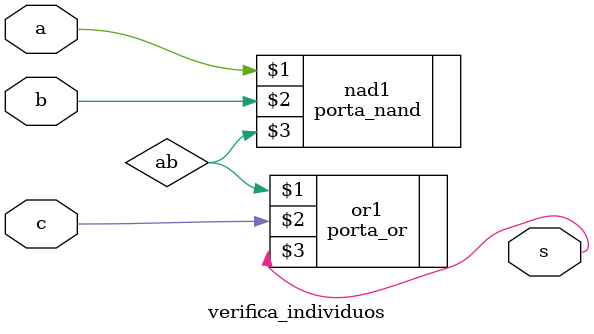
<source format=v>
module verifica_individuos
(
	input a, b, c, 
	output s 
);

	wire ab; 
	
	porta_nand nad1(a, b, ab);
	
	porta_or or1(ab, c, s);
	
endmodule 
</source>
